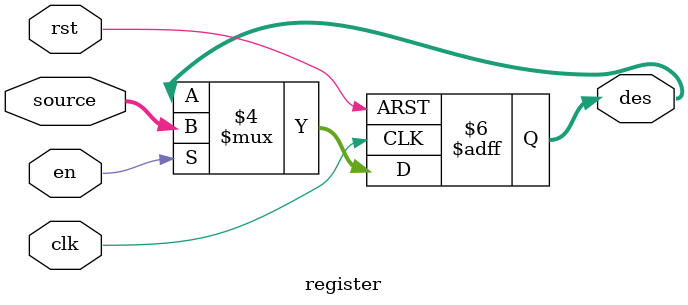
<source format=v>
`timescale 1ns / 1ps


module register( 
            clk, 
            rst, 
            en,                 
            source,                 
            des             
    ); 

    input clk,rst,en; 
    input wire[15:0]source; 
    output reg[15:0]des; 

   always@(posedge clk or negedge rst ) 
     if(rst==0) 
       des <= 0000000000000000; 
       
     else 
       begin 
          if(en==1) 
             des <= source; 
       end 

endmodule 
</source>
